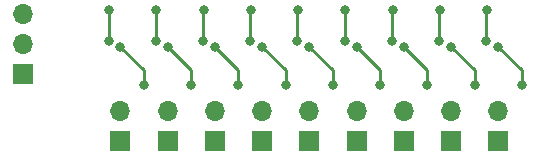
<source format=gbl>
%TF.GenerationSoftware,KiCad,Pcbnew,(6.0.2)*%
%TF.CreationDate,2022-02-22T17:34:29+01:00*%
%TF.ProjectId,temp_hotspot_detector,74656d70-5f68-46f7-9473-706f745f6465,rev?*%
%TF.SameCoordinates,Original*%
%TF.FileFunction,Copper,L2,Bot*%
%TF.FilePolarity,Positive*%
%FSLAX46Y46*%
G04 Gerber Fmt 4.6, Leading zero omitted, Abs format (unit mm)*
G04 Created by KiCad (PCBNEW (6.0.2)) date 2022-02-22 17:34:29*
%MOMM*%
%LPD*%
G01*
G04 APERTURE LIST*
%TA.AperFunction,ComponentPad*%
%ADD10R,1.700000X1.700000*%
%TD*%
%TA.AperFunction,ComponentPad*%
%ADD11O,1.700000X1.700000*%
%TD*%
%TA.AperFunction,ViaPad*%
%ADD12C,0.800000*%
%TD*%
%TA.AperFunction,Conductor*%
%ADD13C,0.250000*%
%TD*%
G04 APERTURE END LIST*
D10*
X48000000Y-65000000D03*
D11*
X48000000Y-62460000D03*
D10*
X64000000Y-65000000D03*
D11*
X64000000Y-62460000D03*
D10*
X44000000Y-65000000D03*
D11*
X44000000Y-62460000D03*
D10*
X56000000Y-65000000D03*
D11*
X56000000Y-62460000D03*
D10*
X35750000Y-59275000D03*
D11*
X35750000Y-56735000D03*
X35750000Y-54195000D03*
D10*
X72000000Y-65000000D03*
D11*
X72000000Y-62460000D03*
D10*
X68000000Y-65000000D03*
D11*
X68000000Y-62460000D03*
D10*
X60000000Y-65000000D03*
D11*
X60000000Y-62460000D03*
D10*
X76000000Y-65000000D03*
D11*
X76000000Y-62460000D03*
D10*
X52000000Y-65000000D03*
D11*
X52000000Y-62460000D03*
D12*
X55050000Y-53875000D03*
X71000000Y-56525000D03*
X43000000Y-56500000D03*
X55000000Y-56525000D03*
X59000000Y-56525000D03*
X63000000Y-56525000D03*
X47000000Y-56525000D03*
X63050000Y-53875000D03*
X75000000Y-56525000D03*
X51050000Y-53875000D03*
X43050000Y-53850000D03*
X75050000Y-53875000D03*
X67000000Y-56525000D03*
X51000000Y-56525000D03*
X67050000Y-53875000D03*
X71050000Y-53875000D03*
X59050000Y-53875000D03*
X47050000Y-53875000D03*
X50000000Y-60200000D03*
X72000000Y-57000000D03*
X56000000Y-57000000D03*
X60000000Y-57000000D03*
X68000000Y-57000000D03*
X46000000Y-60200000D03*
X62000000Y-60200000D03*
X48000000Y-57000000D03*
X78000000Y-60200000D03*
X74000000Y-60200000D03*
X66000000Y-60200000D03*
X54000000Y-60200000D03*
X76000000Y-57000000D03*
X52000000Y-57000000D03*
X64000000Y-57000000D03*
X70000000Y-60200000D03*
X44000000Y-57000000D03*
X58000000Y-60200000D03*
D13*
X63000000Y-56525000D02*
X63000000Y-54025000D01*
X51000000Y-56525000D02*
X51000000Y-54025000D01*
X43050000Y-53950000D02*
X43050000Y-53850000D01*
X71000000Y-56525000D02*
X71000000Y-54025000D01*
X55000000Y-56525000D02*
X55000000Y-54025000D01*
X75000000Y-56525000D02*
X75000000Y-54025000D01*
X47000000Y-56525000D02*
X47000000Y-54025000D01*
X67000000Y-56525000D02*
X67000000Y-54025000D01*
X43000000Y-54000000D02*
X43050000Y-53950000D01*
X59000000Y-56525000D02*
X59000000Y-54025000D01*
X43000000Y-56500000D02*
X43000000Y-54000000D01*
X74000000Y-60200000D02*
X74000000Y-59000000D01*
X66000000Y-59000000D02*
X64000000Y-57000000D01*
X50000000Y-60200000D02*
X50000000Y-59000000D01*
X62000000Y-60200000D02*
X62000000Y-59000000D01*
X54000000Y-60200000D02*
X54000000Y-59000000D01*
X50000000Y-59000000D02*
X48000000Y-57000000D01*
X62000000Y-59000000D02*
X60000000Y-57000000D01*
X46000000Y-60200000D02*
X46000000Y-59000000D01*
X46000000Y-59000000D02*
X44000000Y-57000000D01*
X70000000Y-59000000D02*
X68000000Y-57000000D01*
X78000000Y-60200000D02*
X78000000Y-59000000D01*
X58000000Y-60200000D02*
X58000000Y-59000000D01*
X66000000Y-60200000D02*
X66000000Y-59000000D01*
X54000000Y-59000000D02*
X52000000Y-57000000D01*
X58000000Y-59000000D02*
X56000000Y-57000000D01*
X74000000Y-59000000D02*
X72000000Y-57000000D01*
X70000000Y-60200000D02*
X70000000Y-59000000D01*
X78000000Y-59000000D02*
X76000000Y-57000000D01*
M02*

</source>
